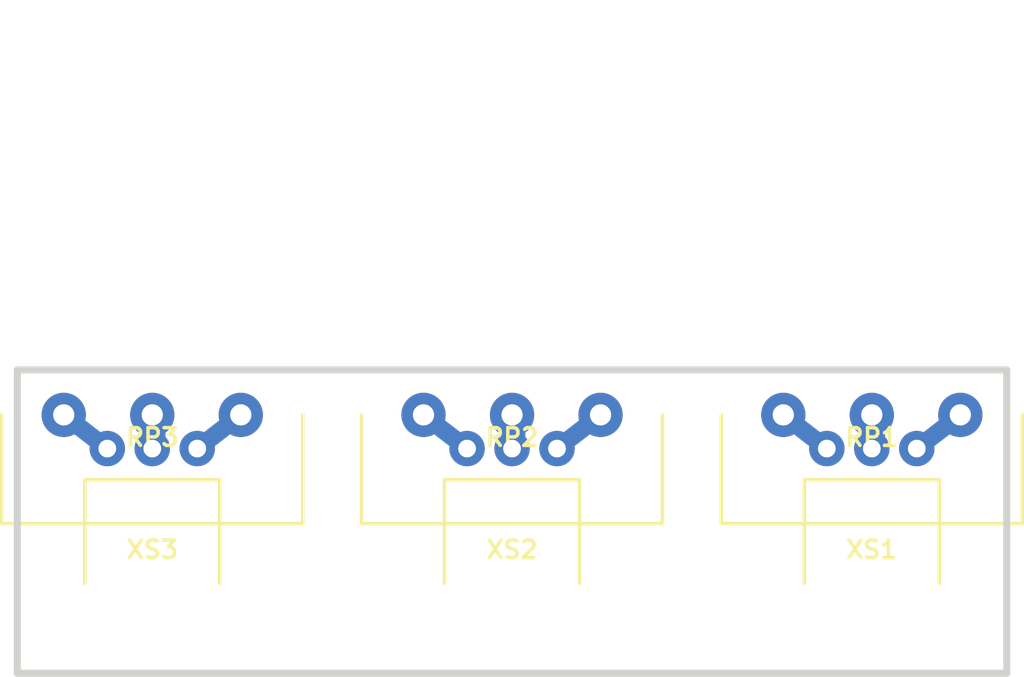
<source format=kicad_pcb>
(kicad_pcb (version 20171130) (host pcbnew 5.1.6-c6e7f7d~87~ubuntu19.10.1)

  (general
    (thickness 1.6)
    (drawings 7)
    (tracks 9)
    (zones 0)
    (modules 6)
    (nets 10)
  )

  (page A4 portrait)
  (title_block
    (title "1590N1 Potentiometer Board 18 3x17")
    (date 2022-01-02)
    (rev 1A)
    (company "Igor Ivanov")
    (comment 1 https://github.com/Adept666)
    (comment 2 "This project is licensed under GNU General Public License v3.0 or later")
    (comment 3 "Диаметр потенциометров: 16 мм, 17 мм")
    (comment 4 "Расстояние от основной платы до корпуса: 18 мм")
  )

  (layers
    (0 F.Cu jumper)
    (31 B.Cu signal)
    (38 B.Mask user)
    (44 Edge.Cuts user)
    (45 Margin user)
    (46 B.CrtYd user)
    (47 F.CrtYd user)
    (49 F.Fab user)
  )

  (setup
    (last_trace_width 1)
    (user_trace_width 0.6)
    (trace_clearance 0)
    (zone_clearance 0.6)
    (zone_45_only no)
    (trace_min 0.2)
    (via_size 2)
    (via_drill 1)
    (via_min_size 0.4)
    (via_min_drill 0.3)
    (uvia_size 0.3)
    (uvia_drill 0.1)
    (uvias_allowed no)
    (uvia_min_size 0)
    (uvia_min_drill 0)
    (edge_width 0.4)
    (segment_width 0.2)
    (pcb_text_width 0.3)
    (pcb_text_size 1.5 1.5)
    (mod_edge_width 0.15)
    (mod_text_size 1 1)
    (mod_text_width 0.15)
    (pad_size 2 2)
    (pad_drill 1)
    (pad_to_mask_clearance 0.2)
    (solder_mask_min_width 0.1)
    (aux_axis_origin 0 0)
    (visible_elements 7FFFFFFF)
    (pcbplotparams
      (layerselection 0x20000_7ffffffe)
      (usegerberextensions false)
      (usegerberattributes false)
      (usegerberadvancedattributes false)
      (creategerberjobfile false)
      (excludeedgelayer false)
      (linewidth 0.100000)
      (plotframeref true)
      (viasonmask false)
      (mode 1)
      (useauxorigin false)
      (hpglpennumber 1)
      (hpglpenspeed 20)
      (hpglpendiameter 15.000000)
      (psnegative false)
      (psa4output false)
      (plotreference false)
      (plotvalue true)
      (plotinvisibletext false)
      (padsonsilk true)
      (subtractmaskfromsilk false)
      (outputformat 4)
      (mirror false)
      (drillshape 0)
      (scaleselection 1)
      (outputdirectory ""))
  )

  (net 0 "")
  (net 1 "Net-(RP1-Pad3)")
  (net 2 "Net-(RP1-Pad1)")
  (net 3 "Net-(RP1-Pad2)")
  (net 4 "Net-(RP2-Pad3)")
  (net 5 "Net-(RP2-Pad1)")
  (net 6 "Net-(RP2-Pad2)")
  (net 7 "Net-(RP3-Pad3)")
  (net 8 "Net-(RP3-Pad1)")
  (net 9 "Net-(RP3-Pad2)")

  (net_class Default "This is the default net class."
    (clearance 0)
    (trace_width 1)
    (via_dia 2)
    (via_drill 1)
    (uvia_dia 0.3)
    (uvia_drill 0.1)
    (add_net "Net-(RP1-Pad1)")
    (add_net "Net-(RP1-Pad2)")
    (add_net "Net-(RP1-Pad3)")
    (add_net "Net-(RP2-Pad1)")
    (add_net "Net-(RP2-Pad2)")
    (add_net "Net-(RP2-Pad3)")
    (add_net "Net-(RP3-Pad1)")
    (add_net "Net-(RP3-Pad2)")
    (add_net "Net-(RP3-Pad3)")
  )

  (module SBKCL-TH-SL:RP-PDB181-K-20-P-CIRCULAR (layer F.Cu) (tedit 61D0A493) (tstamp 608AEDE7)
    (at 85.09 142.875 180)
    (path /60857FB0)
    (fp_text reference RP3 (at 0 -1.27) (layer F.SilkS)
      (effects (font (size 1 1) (thickness 0.2)))
    )
    (fp_text value "RP3: 16/17" (at 0 -1.27) (layer F.Fab)
      (effects (font (size 1 1) (thickness 0.2)))
    )
    (fp_line (start -7.3 3.35) (end -7.3 5.35) (layer F.Fab) (width 0.2))
    (fp_line (start -8.5 3.35) (end -8.5 5.35) (layer F.Fab) (width 0.2))
    (fp_line (start -8.5 5.35) (end -7.366 5.35) (layer F.Fab) (width 0.2))
    (fp_line (start 8.5 -6.15) (end 8.5 23.35) (layer F.CrtYd) (width 0.1))
    (fp_line (start -8.5 -6.15) (end -8.5 23.35) (layer F.CrtYd) (width 0.1))
    (fp_line (start -8.5 23.35) (end 8.5 23.35) (layer F.CrtYd) (width 0.1))
    (fp_line (start -8.5 -6.15) (end 8.5 -6.15) (layer F.CrtYd) (width 0.1))
    (fp_line (start 8.5 -6.15) (end 8.5 0) (layer F.SilkS) (width 0.2))
    (fp_line (start -8.5 -6.15) (end -8.5 0) (layer F.SilkS) (width 0.2))
    (fp_line (start -8.5 -6.15) (end 8.5 -6.15) (layer F.SilkS) (width 0.2))
    (fp_line (start -3.5 9.85) (end 3.5 9.85) (layer F.Fab) (width 0.2))
    (fp_line (start 3 9.85) (end 3 23.35) (layer F.Fab) (width 0.2))
    (fp_line (start -3 9.85) (end -3 23.35) (layer F.Fab) (width 0.2))
    (fp_line (start 3.5 3.35) (end 3.5 9.85) (layer F.Fab) (width 0.2))
    (fp_line (start -3.5 3.35) (end -3.5 9.85) (layer F.Fab) (width 0.2))
    (fp_line (start 8.5 -6.15) (end 8.5 3.35) (layer F.Fab) (width 0.2))
    (fp_line (start -8.5 -6.15) (end -8.5 3.35) (layer F.Fab) (width 0.2))
    (fp_line (start -3 23.35) (end 3 23.35) (layer F.Fab) (width 0.2))
    (fp_line (start -8.5 3.35) (end 8.5 3.35) (layer F.Fab) (width 0.2))
    (fp_line (start -8.5 -6.15) (end 8.5 -6.15) (layer F.Fab) (width 0.2))
    (pad 3 thru_hole circle (at 5 0 180) (size 2.5 2.5) (drill 1.2) (layers B.Cu B.Mask)
      (net 7 "Net-(RP3-Pad3)"))
    (pad 1 thru_hole circle (at -5 0 180) (size 2.5 2.5) (drill 1.2) (layers B.Cu B.Mask)
      (net 8 "Net-(RP3-Pad1)"))
    (pad 2 thru_hole circle (at 0 0 180) (size 2.5 2.5) (drill 1.2) (layers B.Cu B.Mask)
      (net 9 "Net-(RP3-Pad2)"))
  )

  (module SBKCL-TH-SL:RP-PDB181-K-20-P-CIRCULAR (layer F.Cu) (tedit 61D0A493) (tstamp 61D124B1)
    (at 105.41 142.875 180)
    (path /5FE7A122)
    (fp_text reference RP2 (at 0 -1.27) (layer F.SilkS)
      (effects (font (size 1 1) (thickness 0.2)))
    )
    (fp_text value "RP2: 16/17" (at 0 -1.27) (layer F.Fab)
      (effects (font (size 1 1) (thickness 0.2)))
    )
    (fp_line (start -7.3 3.35) (end -7.3 5.35) (layer F.Fab) (width 0.2))
    (fp_line (start -8.5 3.35) (end -8.5 5.35) (layer F.Fab) (width 0.2))
    (fp_line (start -8.5 5.35) (end -7.366 5.35) (layer F.Fab) (width 0.2))
    (fp_line (start 8.5 -6.15) (end 8.5 23.35) (layer F.CrtYd) (width 0.1))
    (fp_line (start -8.5 -6.15) (end -8.5 23.35) (layer F.CrtYd) (width 0.1))
    (fp_line (start -8.5 23.35) (end 8.5 23.35) (layer F.CrtYd) (width 0.1))
    (fp_line (start -8.5 -6.15) (end 8.5 -6.15) (layer F.CrtYd) (width 0.1))
    (fp_line (start 8.5 -6.15) (end 8.5 0) (layer F.SilkS) (width 0.2))
    (fp_line (start -8.5 -6.15) (end -8.5 0) (layer F.SilkS) (width 0.2))
    (fp_line (start -8.5 -6.15) (end 8.5 -6.15) (layer F.SilkS) (width 0.2))
    (fp_line (start -3.5 9.85) (end 3.5 9.85) (layer F.Fab) (width 0.2))
    (fp_line (start 3 9.85) (end 3 23.35) (layer F.Fab) (width 0.2))
    (fp_line (start -3 9.85) (end -3 23.35) (layer F.Fab) (width 0.2))
    (fp_line (start 3.5 3.35) (end 3.5 9.85) (layer F.Fab) (width 0.2))
    (fp_line (start -3.5 3.35) (end -3.5 9.85) (layer F.Fab) (width 0.2))
    (fp_line (start 8.5 -6.15) (end 8.5 3.35) (layer F.Fab) (width 0.2))
    (fp_line (start -8.5 -6.15) (end -8.5 3.35) (layer F.Fab) (width 0.2))
    (fp_line (start -3 23.35) (end 3 23.35) (layer F.Fab) (width 0.2))
    (fp_line (start -8.5 3.35) (end 8.5 3.35) (layer F.Fab) (width 0.2))
    (fp_line (start -8.5 -6.15) (end 8.5 -6.15) (layer F.Fab) (width 0.2))
    (pad 3 thru_hole circle (at 5 0 180) (size 2.5 2.5) (drill 1.2) (layers B.Cu B.Mask)
      (net 4 "Net-(RP2-Pad3)"))
    (pad 1 thru_hole circle (at -5 0 180) (size 2.5 2.5) (drill 1.2) (layers B.Cu B.Mask)
      (net 5 "Net-(RP2-Pad1)"))
    (pad 2 thru_hole circle (at 0 0 180) (size 2.5 2.5) (drill 1.2) (layers B.Cu B.Mask)
      (net 6 "Net-(RP2-Pad2)"))
  )

  (module SBKCL-TH-SL:RP-PDB181-K-20-P-CIRCULAR (layer F.Cu) (tedit 61D0A493) (tstamp 608AEE6A)
    (at 125.73 142.875 180)
    (path /60859B26)
    (fp_text reference RP1 (at 0 -1.27) (layer F.SilkS)
      (effects (font (size 1 1) (thickness 0.2)))
    )
    (fp_text value "RP1: 16/17" (at 0 -1.27) (layer F.Fab)
      (effects (font (size 1 1) (thickness 0.2)))
    )
    (fp_line (start -7.3 3.35) (end -7.3 5.35) (layer F.Fab) (width 0.2))
    (fp_line (start -8.5 3.35) (end -8.5 5.35) (layer F.Fab) (width 0.2))
    (fp_line (start -8.5 5.35) (end -7.366 5.35) (layer F.Fab) (width 0.2))
    (fp_line (start 8.5 -6.15) (end 8.5 23.35) (layer F.CrtYd) (width 0.1))
    (fp_line (start -8.5 -6.15) (end -8.5 23.35) (layer F.CrtYd) (width 0.1))
    (fp_line (start -8.5 23.35) (end 8.5 23.35) (layer F.CrtYd) (width 0.1))
    (fp_line (start -8.5 -6.15) (end 8.5 -6.15) (layer F.CrtYd) (width 0.1))
    (fp_line (start 8.5 -6.15) (end 8.5 0) (layer F.SilkS) (width 0.2))
    (fp_line (start -8.5 -6.15) (end -8.5 0) (layer F.SilkS) (width 0.2))
    (fp_line (start -8.5 -6.15) (end 8.5 -6.15) (layer F.SilkS) (width 0.2))
    (fp_line (start -3.5 9.85) (end 3.5 9.85) (layer F.Fab) (width 0.2))
    (fp_line (start 3 9.85) (end 3 23.35) (layer F.Fab) (width 0.2))
    (fp_line (start -3 9.85) (end -3 23.35) (layer F.Fab) (width 0.2))
    (fp_line (start 3.5 3.35) (end 3.5 9.85) (layer F.Fab) (width 0.2))
    (fp_line (start -3.5 3.35) (end -3.5 9.85) (layer F.Fab) (width 0.2))
    (fp_line (start 8.5 -6.15) (end 8.5 3.35) (layer F.Fab) (width 0.2))
    (fp_line (start -8.5 -6.15) (end -8.5 3.35) (layer F.Fab) (width 0.2))
    (fp_line (start -3 23.35) (end 3 23.35) (layer F.Fab) (width 0.2))
    (fp_line (start -8.5 3.35) (end 8.5 3.35) (layer F.Fab) (width 0.2))
    (fp_line (start -8.5 -6.15) (end 8.5 -6.15) (layer F.Fab) (width 0.2))
    (pad 3 thru_hole circle (at 5 0 180) (size 2.5 2.5) (drill 1.2) (layers B.Cu B.Mask)
      (net 1 "Net-(RP1-Pad3)"))
    (pad 1 thru_hole circle (at -5 0 180) (size 2.5 2.5) (drill 1.2) (layers B.Cu B.Mask)
      (net 2 "Net-(RP1-Pad1)"))
    (pad 2 thru_hole circle (at 0 0 180) (size 2.5 2.5) (drill 1.2) (layers B.Cu B.Mask)
      (net 3 "Net-(RP1-Pad2)"))
  )

  (module SBKCL-TH-SL:CON-PBS-03R-CIRCULAR (layer F.Cu) (tedit 61D0A374) (tstamp 61D11E80)
    (at 85.09 144.78)
    (path /61D2BAE9)
    (fp_text reference XS3 (at 0 5.715) (layer F.SilkS)
      (effects (font (size 1 1) (thickness 0.2)))
    )
    (fp_text value PBS-03R (at 0 5.715) (layer F.Fab)
      (effects (font (size 1 1) (thickness 0.2)))
    )
    (fp_line (start 3.81 -0.5) (end 3.81 10.16) (layer F.CrtYd) (width 0.1))
    (fp_line (start -3.81 -0.5) (end -3.81 10.16) (layer F.CrtYd) (width 0.1))
    (fp_line (start -3.81 10.16) (end 3.81 10.16) (layer F.CrtYd) (width 0.1))
    (fp_line (start -3.81 -0.5) (end 3.81 -0.5) (layer F.CrtYd) (width 0.1))
    (fp_line (start 3.81 1.76) (end 3.81 7.62) (layer F.SilkS) (width 0.2))
    (fp_line (start -3.81 1.76) (end -3.81 7.62) (layer F.SilkS) (width 0.2))
    (fp_line (start -3.81 1.76) (end 3.81 1.76) (layer F.SilkS) (width 0.2))
    (fp_line (start -3.81 1.76) (end 3.81 1.76) (layer F.Fab) (width 0.2))
    (fp_line (start -3.81 10.16) (end 3.81 10.16) (layer F.Fab) (width 0.2))
    (fp_line (start -3.81 1.76) (end -3.81 10.16) (layer F.Fab) (width 0.2))
    (fp_line (start 3.81 1.76) (end 3.81 10.16) (layer F.Fab) (width 0.2))
    (pad 3 thru_hole circle (at 2.54 0) (size 2 2) (drill 1) (layers B.Cu B.Mask)
      (net 8 "Net-(RP3-Pad1)"))
    (pad 2 thru_hole circle (at 0 0) (size 2 2) (drill 1) (layers B.Cu B.Mask)
      (net 9 "Net-(RP3-Pad2)"))
    (pad 1 thru_hole circle (at -2.54 0) (size 2 2) (drill 1) (layers B.Cu B.Mask)
      (net 7 "Net-(RP3-Pad3)"))
  )

  (module SBKCL-TH-SL:CON-PBS-03R-CIRCULAR (layer F.Cu) (tedit 61D0A374) (tstamp 60031F53)
    (at 105.41 144.78)
    (path /61D2AFAE)
    (fp_text reference XS2 (at 0 5.715) (layer F.SilkS)
      (effects (font (size 1 1) (thickness 0.2)))
    )
    (fp_text value PBS-03R (at 0 5.715) (layer F.Fab)
      (effects (font (size 1 1) (thickness 0.2)))
    )
    (fp_line (start 3.81 1.76) (end 3.81 10.16) (layer F.Fab) (width 0.2))
    (fp_line (start -3.81 1.76) (end -3.81 10.16) (layer F.Fab) (width 0.2))
    (fp_line (start -3.81 10.16) (end 3.81 10.16) (layer F.Fab) (width 0.2))
    (fp_line (start -3.81 1.76) (end 3.81 1.76) (layer F.Fab) (width 0.2))
    (fp_line (start -3.81 1.76) (end 3.81 1.76) (layer F.SilkS) (width 0.2))
    (fp_line (start -3.81 1.76) (end -3.81 7.62) (layer F.SilkS) (width 0.2))
    (fp_line (start 3.81 1.76) (end 3.81 7.62) (layer F.SilkS) (width 0.2))
    (fp_line (start -3.81 -0.5) (end 3.81 -0.5) (layer F.CrtYd) (width 0.1))
    (fp_line (start -3.81 10.16) (end 3.81 10.16) (layer F.CrtYd) (width 0.1))
    (fp_line (start -3.81 -0.5) (end -3.81 10.16) (layer F.CrtYd) (width 0.1))
    (fp_line (start 3.81 -0.5) (end 3.81 10.16) (layer F.CrtYd) (width 0.1))
    (pad 1 thru_hole circle (at -2.54 0) (size 2 2) (drill 1) (layers B.Cu B.Mask)
      (net 4 "Net-(RP2-Pad3)"))
    (pad 2 thru_hole circle (at 0 0) (size 2 2) (drill 1) (layers B.Cu B.Mask)
      (net 6 "Net-(RP2-Pad2)"))
    (pad 3 thru_hole circle (at 2.54 0) (size 2 2) (drill 1) (layers B.Cu B.Mask)
      (net 5 "Net-(RP2-Pad1)"))
  )

  (module SBKCL-TH-SL:CON-PBS-03R-CIRCULAR (layer F.Cu) (tedit 61D0A374) (tstamp 6083D2A8)
    (at 125.73 144.78)
    (path /60859B2C)
    (fp_text reference XS1 (at 0 5.715) (layer F.SilkS)
      (effects (font (size 1 1) (thickness 0.2)))
    )
    (fp_text value PBS-03R (at 0 5.715) (layer F.Fab)
      (effects (font (size 1 1) (thickness 0.2)))
    )
    (fp_line (start 3.81 -0.5) (end 3.81 10.16) (layer F.CrtYd) (width 0.1))
    (fp_line (start -3.81 -0.5) (end -3.81 10.16) (layer F.CrtYd) (width 0.1))
    (fp_line (start -3.81 10.16) (end 3.81 10.16) (layer F.CrtYd) (width 0.1))
    (fp_line (start -3.81 -0.5) (end 3.81 -0.5) (layer F.CrtYd) (width 0.1))
    (fp_line (start 3.81 1.76) (end 3.81 7.62) (layer F.SilkS) (width 0.2))
    (fp_line (start -3.81 1.76) (end -3.81 7.62) (layer F.SilkS) (width 0.2))
    (fp_line (start -3.81 1.76) (end 3.81 1.76) (layer F.SilkS) (width 0.2))
    (fp_line (start -3.81 1.76) (end 3.81 1.76) (layer F.Fab) (width 0.2))
    (fp_line (start -3.81 10.16) (end 3.81 10.16) (layer F.Fab) (width 0.2))
    (fp_line (start -3.81 1.76) (end -3.81 10.16) (layer F.Fab) (width 0.2))
    (fp_line (start 3.81 1.76) (end 3.81 10.16) (layer F.Fab) (width 0.2))
    (pad 3 thru_hole circle (at 2.54 0) (size 2 2) (drill 1) (layers B.Cu B.Mask)
      (net 2 "Net-(RP1-Pad1)"))
    (pad 2 thru_hole circle (at 0 0) (size 2 2) (drill 1) (layers B.Cu B.Mask)
      (net 3 "Net-(RP1-Pad2)"))
    (pad 1 thru_hole circle (at -2.54 0) (size 2 2) (drill 1) (layers B.Cu B.Mask)
      (net 1 "Net-(RP1-Pad3)"))
  )

  (gr_line (start 125.73 142.875) (end 125.73 144.78) (layer B.Mask) (width 1.9) (tstamp 61D12603))
  (gr_line (start 105.41 142.875) (end 105.41 144.78) (layer B.Mask) (width 1.9) (tstamp 61D12603))
  (gr_line (start 85.09 142.875) (end 85.09 144.78) (layer B.Mask) (width 1.9) (tstamp 61D12603))
  (gr_line (start 133.35 140.335) (end 133.35 157.48) (layer Edge.Cuts) (width 0.4) (tstamp 5FE6F872))
  (gr_line (start 77.47 140.335) (end 77.47 157.48) (layer Edge.Cuts) (width 0.4) (tstamp 5FE6F872))
  (gr_line (start 77.47 157.48) (end 133.35 157.48) (layer Edge.Cuts) (width 0.4) (tstamp 5FE6FAB1))
  (gr_line (start 77.47 140.335) (end 133.35 140.335) (layer Edge.Cuts) (width 0.4) (tstamp 5FE6F86E))

  (segment (start 123.19 144.78) (end 120.73 142.875) (width 1) (layer B.Cu) (net 1))
  (segment (start 128.27 144.78) (end 130.73 142.875) (width 1) (layer B.Cu) (net 2))
  (segment (start 125.73 144.78) (end 125.73 142.875) (width 1.5) (layer B.Cu) (net 3))
  (segment (start 102.87 144.78) (end 100.41 142.875) (width 1) (layer B.Cu) (net 4))
  (segment (start 107.95 144.78) (end 110.41 142.875) (width 1) (layer B.Cu) (net 5))
  (segment (start 105.41 144.78) (end 105.41 142.875) (width 1.5) (layer B.Cu) (net 6))
  (segment (start 82.55 144.78) (end 80.09 142.875) (width 1) (layer B.Cu) (net 7))
  (segment (start 87.63 144.78) (end 90.09 142.875) (width 1) (layer B.Cu) (net 8))
  (segment (start 85.09 144.78) (end 85.09 142.875) (width 1.5) (layer B.Cu) (net 9))

)

</source>
